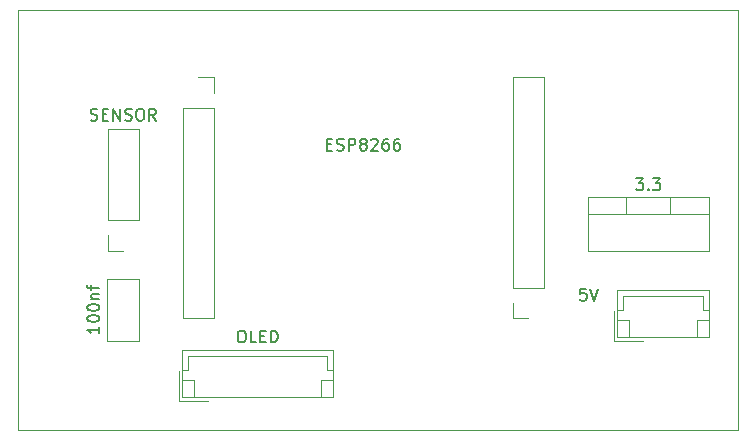
<source format=gbr>
%TF.GenerationSoftware,KiCad,Pcbnew,5.1.9+dfsg1-1*%
%TF.CreationDate,2022-05-17T23:06:01+02:00*%
%TF.ProjectId,water.tank,77617465-722e-4746-916e-6b2e6b696361,rev?*%
%TF.SameCoordinates,Original*%
%TF.FileFunction,Legend,Top*%
%TF.FilePolarity,Positive*%
%FSLAX46Y46*%
G04 Gerber Fmt 4.6, Leading zero omitted, Abs format (unit mm)*
G04 Created by KiCad (PCBNEW 5.1.9+dfsg1-1) date 2022-05-17 23:06:01*
%MOMM*%
%LPD*%
G01*
G04 APERTURE LIST*
%TA.AperFunction,Profile*%
%ADD10C,0.050000*%
%TD*%
%ADD11C,0.120000*%
%ADD12C,0.150000*%
G04 APERTURE END LIST*
D10*
X124460000Y-48260000D02*
X63500000Y-48260000D01*
X124460000Y-83820000D02*
X124460000Y-48260000D01*
X63500000Y-83820000D02*
X124460000Y-83820000D01*
X63500000Y-48260000D02*
X63500000Y-83820000D01*
D11*
%TO.C,3.3*%
X111720000Y-64040000D02*
X121960000Y-64040000D01*
X111720000Y-68681000D02*
X121960000Y-68681000D01*
X111720000Y-64040000D02*
X111720000Y-68681000D01*
X121960000Y-64040000D02*
X121960000Y-68681000D01*
X111720000Y-65550000D02*
X121960000Y-65550000D01*
X114990000Y-64040000D02*
X114990000Y-65550000D01*
X118691000Y-64040000D02*
X118691000Y-65550000D01*
%TO.C,SENSOR*%
X73720000Y-66040000D02*
X71060000Y-66040000D01*
X73720000Y-66040000D02*
X73720000Y-58360000D01*
X73720000Y-58360000D02*
X71060000Y-58360000D01*
X71060000Y-66040000D02*
X71060000Y-58360000D01*
X71060000Y-68640000D02*
X71060000Y-67310000D01*
X72390000Y-68640000D02*
X71060000Y-68640000D01*
%TO.C,OLED*%
X77400000Y-77030000D02*
X77400000Y-81050000D01*
X77400000Y-81050000D02*
X90120000Y-81050000D01*
X90120000Y-81050000D02*
X90120000Y-77030000D01*
X90120000Y-77030000D02*
X77400000Y-77030000D01*
X77400000Y-78740000D02*
X77900000Y-78740000D01*
X77900000Y-78740000D02*
X77900000Y-77530000D01*
X77900000Y-77530000D02*
X89620000Y-77530000D01*
X89620000Y-77530000D02*
X89620000Y-78740000D01*
X89620000Y-78740000D02*
X90120000Y-78740000D01*
X77400000Y-79550000D02*
X78400000Y-79550000D01*
X78400000Y-79550000D02*
X78400000Y-81050000D01*
X90120000Y-79550000D02*
X89120000Y-79550000D01*
X89120000Y-79550000D02*
X89120000Y-81050000D01*
X77100000Y-78850000D02*
X77100000Y-81350000D01*
X77100000Y-81350000D02*
X79600000Y-81350000D01*
%TO.C,5V*%
X114230000Y-71950000D02*
X114230000Y-75970000D01*
X114230000Y-75970000D02*
X121950000Y-75970000D01*
X121950000Y-75970000D02*
X121950000Y-71950000D01*
X121950000Y-71950000D02*
X114230000Y-71950000D01*
X114230000Y-73660000D02*
X114730000Y-73660000D01*
X114730000Y-73660000D02*
X114730000Y-72450000D01*
X114730000Y-72450000D02*
X121450000Y-72450000D01*
X121450000Y-72450000D02*
X121450000Y-73660000D01*
X121450000Y-73660000D02*
X121950000Y-73660000D01*
X114230000Y-74470000D02*
X115230000Y-74470000D01*
X115230000Y-74470000D02*
X115230000Y-75970000D01*
X121950000Y-74470000D02*
X120950000Y-74470000D01*
X120950000Y-74470000D02*
X120950000Y-75970000D01*
X113930000Y-73770000D02*
X113930000Y-76270000D01*
X113930000Y-76270000D02*
X116430000Y-76270000D01*
%TO.C,100nf*%
X71020000Y-76260000D02*
X71020000Y-71020000D01*
X73760000Y-76260000D02*
X73760000Y-71020000D01*
X71020000Y-76260000D02*
X73760000Y-76260000D01*
X71020000Y-71020000D02*
X73760000Y-71020000D01*
%TO.C,J1*%
X78740000Y-53915000D02*
X80070000Y-53915000D01*
X80070000Y-53915000D02*
X80070000Y-55245000D01*
X80070000Y-56515000D02*
X80070000Y-74355000D01*
X77410000Y-74355000D02*
X80070000Y-74355000D01*
X77410000Y-56515000D02*
X77410000Y-74355000D01*
X77410000Y-56515000D02*
X80070000Y-56515000D01*
%TO.C,ESP8266*%
X106680000Y-74355000D02*
X105350000Y-74355000D01*
X105350000Y-74355000D02*
X105350000Y-73025000D01*
X105350000Y-71755000D02*
X105350000Y-53915000D01*
X108010000Y-53915000D02*
X105350000Y-53915000D01*
X108010000Y-71755000D02*
X108010000Y-53915000D01*
X108010000Y-71755000D02*
X105350000Y-71755000D01*
%TD*%
%TO.C,3.3*%
D12*
X115792380Y-62492380D02*
X116411428Y-62492380D01*
X116078095Y-62873333D01*
X116220952Y-62873333D01*
X116316190Y-62920952D01*
X116363809Y-62968571D01*
X116411428Y-63063809D01*
X116411428Y-63301904D01*
X116363809Y-63397142D01*
X116316190Y-63444761D01*
X116220952Y-63492380D01*
X115935238Y-63492380D01*
X115840000Y-63444761D01*
X115792380Y-63397142D01*
X116840000Y-63397142D02*
X116887619Y-63444761D01*
X116840000Y-63492380D01*
X116792380Y-63444761D01*
X116840000Y-63397142D01*
X116840000Y-63492380D01*
X117220952Y-62492380D02*
X117840000Y-62492380D01*
X117506666Y-62873333D01*
X117649523Y-62873333D01*
X117744761Y-62920952D01*
X117792380Y-62968571D01*
X117840000Y-63063809D01*
X117840000Y-63301904D01*
X117792380Y-63397142D01*
X117744761Y-63444761D01*
X117649523Y-63492380D01*
X117363809Y-63492380D01*
X117268571Y-63444761D01*
X117220952Y-63397142D01*
%TO.C,SENSOR*%
X69628095Y-57554761D02*
X69770952Y-57602380D01*
X70009047Y-57602380D01*
X70104285Y-57554761D01*
X70151904Y-57507142D01*
X70199523Y-57411904D01*
X70199523Y-57316666D01*
X70151904Y-57221428D01*
X70104285Y-57173809D01*
X70009047Y-57126190D01*
X69818571Y-57078571D01*
X69723333Y-57030952D01*
X69675714Y-56983333D01*
X69628095Y-56888095D01*
X69628095Y-56792857D01*
X69675714Y-56697619D01*
X69723333Y-56650000D01*
X69818571Y-56602380D01*
X70056666Y-56602380D01*
X70199523Y-56650000D01*
X70628095Y-57078571D02*
X70961428Y-57078571D01*
X71104285Y-57602380D02*
X70628095Y-57602380D01*
X70628095Y-56602380D01*
X71104285Y-56602380D01*
X71532857Y-57602380D02*
X71532857Y-56602380D01*
X72104285Y-57602380D01*
X72104285Y-56602380D01*
X72532857Y-57554761D02*
X72675714Y-57602380D01*
X72913809Y-57602380D01*
X73009047Y-57554761D01*
X73056666Y-57507142D01*
X73104285Y-57411904D01*
X73104285Y-57316666D01*
X73056666Y-57221428D01*
X73009047Y-57173809D01*
X72913809Y-57126190D01*
X72723333Y-57078571D01*
X72628095Y-57030952D01*
X72580476Y-56983333D01*
X72532857Y-56888095D01*
X72532857Y-56792857D01*
X72580476Y-56697619D01*
X72628095Y-56650000D01*
X72723333Y-56602380D01*
X72961428Y-56602380D01*
X73104285Y-56650000D01*
X73723333Y-56602380D02*
X73913809Y-56602380D01*
X74009047Y-56650000D01*
X74104285Y-56745238D01*
X74151904Y-56935714D01*
X74151904Y-57269047D01*
X74104285Y-57459523D01*
X74009047Y-57554761D01*
X73913809Y-57602380D01*
X73723333Y-57602380D01*
X73628095Y-57554761D01*
X73532857Y-57459523D01*
X73485238Y-57269047D01*
X73485238Y-56935714D01*
X73532857Y-56745238D01*
X73628095Y-56650000D01*
X73723333Y-56602380D01*
X75151904Y-57602380D02*
X74818571Y-57126190D01*
X74580476Y-57602380D02*
X74580476Y-56602380D01*
X74961428Y-56602380D01*
X75056666Y-56650000D01*
X75104285Y-56697619D01*
X75151904Y-56792857D01*
X75151904Y-56935714D01*
X75104285Y-57030952D01*
X75056666Y-57078571D01*
X74961428Y-57126190D01*
X74580476Y-57126190D01*
%TO.C,OLED*%
X82307619Y-75392380D02*
X82498095Y-75392380D01*
X82593333Y-75440000D01*
X82688571Y-75535238D01*
X82736190Y-75725714D01*
X82736190Y-76059047D01*
X82688571Y-76249523D01*
X82593333Y-76344761D01*
X82498095Y-76392380D01*
X82307619Y-76392380D01*
X82212380Y-76344761D01*
X82117142Y-76249523D01*
X82069523Y-76059047D01*
X82069523Y-75725714D01*
X82117142Y-75535238D01*
X82212380Y-75440000D01*
X82307619Y-75392380D01*
X83640952Y-76392380D02*
X83164761Y-76392380D01*
X83164761Y-75392380D01*
X83974285Y-75868571D02*
X84307619Y-75868571D01*
X84450476Y-76392380D02*
X83974285Y-76392380D01*
X83974285Y-75392380D01*
X84450476Y-75392380D01*
X84879047Y-76392380D02*
X84879047Y-75392380D01*
X85117142Y-75392380D01*
X85260000Y-75440000D01*
X85355238Y-75535238D01*
X85402857Y-75630476D01*
X85450476Y-75820952D01*
X85450476Y-75963809D01*
X85402857Y-76154285D01*
X85355238Y-76249523D01*
X85260000Y-76344761D01*
X85117142Y-76392380D01*
X84879047Y-76392380D01*
%TO.C,5V*%
X111569523Y-71842380D02*
X111093333Y-71842380D01*
X111045714Y-72318571D01*
X111093333Y-72270952D01*
X111188571Y-72223333D01*
X111426666Y-72223333D01*
X111521904Y-72270952D01*
X111569523Y-72318571D01*
X111617142Y-72413809D01*
X111617142Y-72651904D01*
X111569523Y-72747142D01*
X111521904Y-72794761D01*
X111426666Y-72842380D01*
X111188571Y-72842380D01*
X111093333Y-72794761D01*
X111045714Y-72747142D01*
X111902857Y-71842380D02*
X112236190Y-72842380D01*
X112569523Y-71842380D01*
%TO.C,100nf*%
X70342380Y-75044761D02*
X70342380Y-75616190D01*
X70342380Y-75330476D02*
X69342380Y-75330476D01*
X69485238Y-75425714D01*
X69580476Y-75520952D01*
X69628095Y-75616190D01*
X69342380Y-74425714D02*
X69342380Y-74330476D01*
X69390000Y-74235238D01*
X69437619Y-74187619D01*
X69532857Y-74140000D01*
X69723333Y-74092380D01*
X69961428Y-74092380D01*
X70151904Y-74140000D01*
X70247142Y-74187619D01*
X70294761Y-74235238D01*
X70342380Y-74330476D01*
X70342380Y-74425714D01*
X70294761Y-74520952D01*
X70247142Y-74568571D01*
X70151904Y-74616190D01*
X69961428Y-74663809D01*
X69723333Y-74663809D01*
X69532857Y-74616190D01*
X69437619Y-74568571D01*
X69390000Y-74520952D01*
X69342380Y-74425714D01*
X69342380Y-73473333D02*
X69342380Y-73378095D01*
X69390000Y-73282857D01*
X69437619Y-73235238D01*
X69532857Y-73187619D01*
X69723333Y-73140000D01*
X69961428Y-73140000D01*
X70151904Y-73187619D01*
X70247142Y-73235238D01*
X70294761Y-73282857D01*
X70342380Y-73378095D01*
X70342380Y-73473333D01*
X70294761Y-73568571D01*
X70247142Y-73616190D01*
X70151904Y-73663809D01*
X69961428Y-73711428D01*
X69723333Y-73711428D01*
X69532857Y-73663809D01*
X69437619Y-73616190D01*
X69390000Y-73568571D01*
X69342380Y-73473333D01*
X69675714Y-72711428D02*
X70342380Y-72711428D01*
X69770952Y-72711428D02*
X69723333Y-72663809D01*
X69675714Y-72568571D01*
X69675714Y-72425714D01*
X69723333Y-72330476D01*
X69818571Y-72282857D01*
X70342380Y-72282857D01*
X69675714Y-71949523D02*
X69675714Y-71568571D01*
X70342380Y-71806666D02*
X69485238Y-71806666D01*
X69390000Y-71759047D01*
X69342380Y-71663809D01*
X69342380Y-71568571D01*
%TO.C,ESP8266*%
X89614761Y-59618571D02*
X89948095Y-59618571D01*
X90090952Y-60142380D02*
X89614761Y-60142380D01*
X89614761Y-59142380D01*
X90090952Y-59142380D01*
X90471904Y-60094761D02*
X90614761Y-60142380D01*
X90852857Y-60142380D01*
X90948095Y-60094761D01*
X90995714Y-60047142D01*
X91043333Y-59951904D01*
X91043333Y-59856666D01*
X90995714Y-59761428D01*
X90948095Y-59713809D01*
X90852857Y-59666190D01*
X90662380Y-59618571D01*
X90567142Y-59570952D01*
X90519523Y-59523333D01*
X90471904Y-59428095D01*
X90471904Y-59332857D01*
X90519523Y-59237619D01*
X90567142Y-59190000D01*
X90662380Y-59142380D01*
X90900476Y-59142380D01*
X91043333Y-59190000D01*
X91471904Y-60142380D02*
X91471904Y-59142380D01*
X91852857Y-59142380D01*
X91948095Y-59190000D01*
X91995714Y-59237619D01*
X92043333Y-59332857D01*
X92043333Y-59475714D01*
X91995714Y-59570952D01*
X91948095Y-59618571D01*
X91852857Y-59666190D01*
X91471904Y-59666190D01*
X92614761Y-59570952D02*
X92519523Y-59523333D01*
X92471904Y-59475714D01*
X92424285Y-59380476D01*
X92424285Y-59332857D01*
X92471904Y-59237619D01*
X92519523Y-59190000D01*
X92614761Y-59142380D01*
X92805238Y-59142380D01*
X92900476Y-59190000D01*
X92948095Y-59237619D01*
X92995714Y-59332857D01*
X92995714Y-59380476D01*
X92948095Y-59475714D01*
X92900476Y-59523333D01*
X92805238Y-59570952D01*
X92614761Y-59570952D01*
X92519523Y-59618571D01*
X92471904Y-59666190D01*
X92424285Y-59761428D01*
X92424285Y-59951904D01*
X92471904Y-60047142D01*
X92519523Y-60094761D01*
X92614761Y-60142380D01*
X92805238Y-60142380D01*
X92900476Y-60094761D01*
X92948095Y-60047142D01*
X92995714Y-59951904D01*
X92995714Y-59761428D01*
X92948095Y-59666190D01*
X92900476Y-59618571D01*
X92805238Y-59570952D01*
X93376666Y-59237619D02*
X93424285Y-59190000D01*
X93519523Y-59142380D01*
X93757619Y-59142380D01*
X93852857Y-59190000D01*
X93900476Y-59237619D01*
X93948095Y-59332857D01*
X93948095Y-59428095D01*
X93900476Y-59570952D01*
X93329047Y-60142380D01*
X93948095Y-60142380D01*
X94805238Y-59142380D02*
X94614761Y-59142380D01*
X94519523Y-59190000D01*
X94471904Y-59237619D01*
X94376666Y-59380476D01*
X94329047Y-59570952D01*
X94329047Y-59951904D01*
X94376666Y-60047142D01*
X94424285Y-60094761D01*
X94519523Y-60142380D01*
X94710000Y-60142380D01*
X94805238Y-60094761D01*
X94852857Y-60047142D01*
X94900476Y-59951904D01*
X94900476Y-59713809D01*
X94852857Y-59618571D01*
X94805238Y-59570952D01*
X94710000Y-59523333D01*
X94519523Y-59523333D01*
X94424285Y-59570952D01*
X94376666Y-59618571D01*
X94329047Y-59713809D01*
X95757619Y-59142380D02*
X95567142Y-59142380D01*
X95471904Y-59190000D01*
X95424285Y-59237619D01*
X95329047Y-59380476D01*
X95281428Y-59570952D01*
X95281428Y-59951904D01*
X95329047Y-60047142D01*
X95376666Y-60094761D01*
X95471904Y-60142380D01*
X95662380Y-60142380D01*
X95757619Y-60094761D01*
X95805238Y-60047142D01*
X95852857Y-59951904D01*
X95852857Y-59713809D01*
X95805238Y-59618571D01*
X95757619Y-59570952D01*
X95662380Y-59523333D01*
X95471904Y-59523333D01*
X95376666Y-59570952D01*
X95329047Y-59618571D01*
X95281428Y-59713809D01*
%TD*%
M02*

</source>
